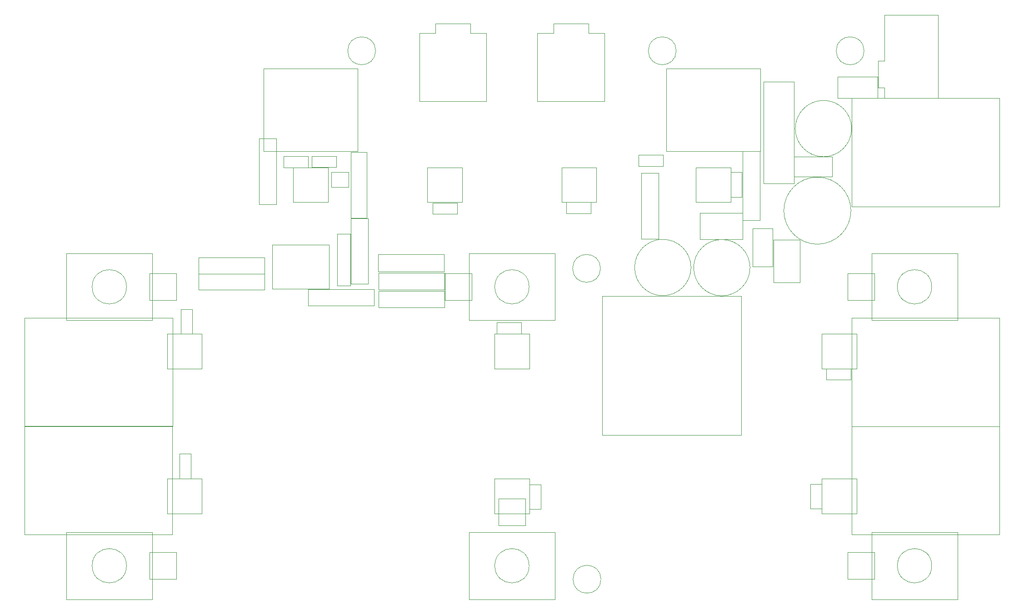
<source format=gbr>
%TF.GenerationSoftware,KiCad,Pcbnew,7.0.7-7.0.7~ubuntu23.04.1*%
%TF.CreationDate,2023-09-10T10:42:13+00:00*%
%TF.ProjectId,pedalboard-hw,70656461-6c62-46f6-9172-642d68772e6b,2.1.0*%
%TF.SameCoordinates,Original*%
%TF.FileFunction,Other,User*%
%FSLAX46Y46*%
G04 Gerber Fmt 4.6, Leading zero omitted, Abs format (unit mm)*
G04 Created by KiCad (PCBNEW 7.0.7-7.0.7~ubuntu23.04.1) date 2023-09-10 10:42:13*
%MOMM*%
%LPD*%
G01*
G04 APERTURE LIST*
%ADD10C,0.050000*%
G04 APERTURE END LIST*
D10*
%TO.C,C5*%
X147850000Y-45650000D02*
X145750000Y-45650000D01*
X145750000Y-45650000D02*
X145750000Y-50250000D01*
X147850000Y-50250000D02*
X147850000Y-45650000D01*
X145750000Y-50250000D02*
X147850000Y-50250000D01*
%TO.C,J16*%
X122250000Y-32450000D02*
X122250000Y-19750000D01*
X122250000Y-19750000D02*
X119250000Y-19750000D01*
X119250000Y-19750000D02*
X119250000Y-17950000D01*
X119250000Y-17950000D02*
X112750000Y-17950000D01*
X112750000Y-19750000D02*
X109750000Y-19750000D01*
X112750000Y-17950000D02*
X112750000Y-19750000D01*
X109750000Y-32450000D02*
X122250000Y-32450000D01*
X109750000Y-20000000D02*
X109750000Y-32450000D01*
X109750000Y-19750000D02*
X109750000Y-20000000D01*
%TO.C,H8*%
X135600000Y-23000000D02*
G75*
G03*
X135600000Y-23000000I-2600000J0D01*
G01*
%TO.C,J12*%
X41730000Y-92970000D02*
X41730000Y-113200000D01*
X41730000Y-92970000D02*
X14200000Y-92970000D01*
X14200000Y-113200000D02*
X41730000Y-113200000D01*
X14200000Y-92970000D02*
X14200000Y-113200000D01*
%TO.C,C16*%
X157587600Y-42750000D02*
X157587600Y-46450000D01*
X157587600Y-46450000D02*
X164687600Y-46450000D01*
X164687600Y-42750000D02*
X157587600Y-42750000D01*
X164687600Y-46450000D02*
X164687600Y-42750000D01*
%TO.C,J13*%
X184400000Y-31800000D02*
X184400000Y-16300000D01*
X184400000Y-16300000D02*
X174400000Y-16300000D01*
X174400000Y-31800000D02*
X184400000Y-31800000D01*
X174400000Y-29900000D02*
X174400000Y-31800000D01*
X174400000Y-16300000D02*
X174400000Y-24900000D01*
X173200000Y-29900000D02*
X174400000Y-29900000D01*
X173200000Y-29900000D02*
X173200000Y-24900000D01*
X173200000Y-24900000D02*
X174400000Y-24900000D01*
%TO.C,H4*%
X33200000Y-119000000D02*
G75*
G03*
X33200000Y-119000000I-3200000J0D01*
G01*
%TO.C,J22*%
X42500000Y-64500000D02*
X37500000Y-64500000D01*
X37500000Y-64500000D02*
X37500000Y-69500000D01*
X42500000Y-69500000D02*
X42500000Y-64500000D01*
X37500000Y-69500000D02*
X42500000Y-69500000D01*
%TO.C,L5*%
X132300000Y-45770000D02*
X129100000Y-45770000D01*
X129100000Y-45770000D02*
X129100000Y-58030000D01*
X132300000Y-58030000D02*
X132300000Y-45770000D01*
X129100000Y-58030000D02*
X132300000Y-58030000D01*
%TO.C,D3*%
X114250000Y-44750000D02*
X114250000Y-51250000D01*
X114250000Y-51250000D02*
X120750000Y-51250000D01*
X120750000Y-44750000D02*
X114250000Y-44750000D01*
X120750000Y-51250000D02*
X120750000Y-44750000D01*
%TO.C,H2*%
X108200000Y-67000000D02*
G75*
G03*
X108200000Y-67000000I-3200000J0D01*
G01*
%TO.C,H1*%
X33200000Y-67000000D02*
G75*
G03*
X33200000Y-67000000I-3200000J0D01*
G01*
%TO.C,J11*%
X41765000Y-72770000D02*
X41765000Y-93000000D01*
X41765000Y-72770000D02*
X14235000Y-72770000D01*
X14235000Y-93000000D02*
X41765000Y-93000000D01*
X14235000Y-72770000D02*
X14235000Y-93000000D01*
%TO.C,PS1*%
X147750000Y-68730000D02*
X121850000Y-68730000D01*
X121850000Y-68730000D02*
X121850000Y-94630000D01*
X147750000Y-94630000D02*
X147750000Y-68730000D01*
X121850000Y-94630000D02*
X147750000Y-94630000D01*
%TO.C,J10*%
X168270000Y-113225000D02*
X168270000Y-92995000D01*
X168270000Y-113225000D02*
X195800000Y-113225000D01*
X195800000Y-92995000D02*
X168270000Y-92995000D01*
X195800000Y-113225000D02*
X195800000Y-92995000D01*
%TO.C,D4*%
X139250000Y-44750000D02*
X139250000Y-51250000D01*
X139250000Y-51250000D02*
X145750000Y-51250000D01*
X145750000Y-44750000D02*
X139250000Y-44750000D01*
X145750000Y-51250000D02*
X145750000Y-44750000D01*
%TO.C,C10*%
X110360000Y-103880000D02*
X108260000Y-103880000D01*
X108260000Y-103880000D02*
X108260000Y-108480000D01*
X110360000Y-108480000D02*
X110360000Y-103880000D01*
X108260000Y-108480000D02*
X110360000Y-108480000D01*
%TO.C,D7*%
X101750000Y-102750000D02*
X101750000Y-109250000D01*
X101750000Y-109250000D02*
X108250000Y-109250000D01*
X108250000Y-102750000D02*
X101750000Y-102750000D01*
X108250000Y-109250000D02*
X108250000Y-102750000D01*
%TO.C,H11*%
X121580000Y-121520000D02*
G75*
G03*
X121580000Y-121520000I-2600000J0D01*
G01*
%TO.C,J19*%
X167500000Y-121500000D02*
X172500000Y-121500000D01*
X172500000Y-121500000D02*
X172500000Y-116500000D01*
X167500000Y-116500000D02*
X167500000Y-121500000D01*
X172500000Y-116500000D02*
X167500000Y-116500000D01*
%TO.C,C11*%
X160570000Y-108350000D02*
X162670000Y-108350000D01*
X162670000Y-108350000D02*
X162670000Y-103750000D01*
X160570000Y-103750000D02*
X160570000Y-108350000D01*
X162670000Y-103750000D02*
X160570000Y-103750000D01*
%TO.C,J23*%
X42500000Y-116500000D02*
X37500000Y-116500000D01*
X37500000Y-116500000D02*
X37500000Y-121500000D01*
X42500000Y-121500000D02*
X42500000Y-116500000D01*
X37500000Y-121500000D02*
X42500000Y-121500000D01*
%TO.C,C9*%
X43105000Y-102750000D02*
X45205000Y-102750000D01*
X45205000Y-102750000D02*
X45205000Y-98150000D01*
X43105000Y-98150000D02*
X43105000Y-102750000D01*
X45205000Y-98150000D02*
X43105000Y-98150000D01*
%TO.C,SW2*%
X97000000Y-60750000D02*
X97000000Y-73250000D01*
X97000000Y-73250000D02*
X113000000Y-73250000D01*
X113000000Y-60750000D02*
X97000000Y-60750000D01*
X113000000Y-73250000D02*
X113000000Y-60750000D01*
%TO.C,D9*%
X40750000Y-75750000D02*
X40750000Y-82250000D01*
X40750000Y-82250000D02*
X47250000Y-82250000D01*
X47250000Y-75750000D02*
X40750000Y-75750000D01*
X47250000Y-82250000D02*
X47250000Y-75750000D01*
%TO.C,J21*%
X92500000Y-69500000D02*
X97500000Y-69500000D01*
X97500000Y-69500000D02*
X97500000Y-64500000D01*
X92500000Y-64500000D02*
X92500000Y-69500000D01*
X97500000Y-64500000D02*
X92500000Y-64500000D01*
%TO.C,R5*%
X75000000Y-54155000D02*
X78000000Y-54155000D01*
X78000000Y-54155000D02*
X78000000Y-41895000D01*
X75000000Y-41895000D02*
X75000000Y-54155000D01*
X78000000Y-41895000D02*
X75000000Y-41895000D01*
%TO.C,U2*%
X70925000Y-67350000D02*
X70925000Y-59200000D01*
X70925000Y-59200000D02*
X60375000Y-59200000D01*
X60375000Y-67350000D02*
X70925000Y-67350000D01*
X60375000Y-59200000D02*
X60375000Y-67350000D01*
%TO.C,H7*%
X79600000Y-23000000D02*
G75*
G03*
X79600000Y-23000000I-2600000J0D01*
G01*
%TO.C,L6*%
X168150000Y-52800000D02*
G75*
G03*
X168150000Y-52800000I-6250000J0D01*
G01*
%TO.C,J3*%
X168285000Y-52030000D02*
X168285000Y-31800000D01*
X168285000Y-52030000D02*
X195815000Y-52030000D01*
X195815000Y-31800000D02*
X168285000Y-31800000D01*
X195815000Y-52030000D02*
X195815000Y-31800000D01*
%TO.C,C1*%
X62425000Y-42650000D02*
X62425000Y-44750000D01*
X62425000Y-44750000D02*
X67025000Y-44750000D01*
X67025000Y-42650000D02*
X62425000Y-42650000D01*
X67025000Y-44750000D02*
X67025000Y-42650000D01*
%TO.C,D2*%
X89250000Y-44750000D02*
X89250000Y-51250000D01*
X89250000Y-51250000D02*
X95750000Y-51250000D01*
X95750000Y-44750000D02*
X89250000Y-44750000D01*
X95750000Y-51250000D02*
X95750000Y-44750000D01*
%TO.C,SW7*%
X58750000Y-26300000D02*
X58750000Y-41700000D01*
X58750000Y-26300000D02*
X76250000Y-26300000D01*
X76250000Y-41700000D02*
X58750000Y-41700000D01*
X76250000Y-41700000D02*
X76250000Y-26300000D01*
%TO.C,C2*%
X67700000Y-42625000D02*
X67700000Y-44725000D01*
X67700000Y-44725000D02*
X72300000Y-44725000D01*
X72300000Y-42625000D02*
X67700000Y-42625000D01*
X72300000Y-44725000D02*
X72300000Y-42625000D01*
%TO.C,C8*%
X163520000Y-82250000D02*
X163520000Y-84350000D01*
X163520000Y-84350000D02*
X168120000Y-84350000D01*
X168120000Y-82250000D02*
X163520000Y-82250000D01*
X168120000Y-84350000D02*
X168120000Y-82250000D01*
%TO.C,C14*%
X149350000Y-63432323D02*
G75*
G03*
X149350000Y-63432323I-5250000J0D01*
G01*
%TO.C,J18*%
X167500000Y-69500000D02*
X172500000Y-69500000D01*
X172500000Y-69500000D02*
X172500000Y-64500000D01*
X167500000Y-64500000D02*
X167500000Y-69500000D01*
X172500000Y-64500000D02*
X167500000Y-64500000D01*
%TO.C,H3*%
X183200000Y-67000000D02*
G75*
G03*
X183200000Y-67000000I-3200000J0D01*
G01*
%TO.C,R1*%
X79330000Y-70480000D02*
X79330000Y-67480000D01*
X79330000Y-67480000D02*
X67070000Y-67480000D01*
X67070000Y-70480000D02*
X79330000Y-70480000D01*
X67070000Y-67480000D02*
X67070000Y-70480000D01*
%TO.C,C15*%
X138350000Y-63400000D02*
G75*
G03*
X138350000Y-63400000I-5250000J0D01*
G01*
%TO.C,D1*%
X64250000Y-44750000D02*
X64250000Y-51250000D01*
X64250000Y-51250000D02*
X70750000Y-51250000D01*
X70750000Y-44750000D02*
X64250000Y-44750000D01*
X70750000Y-51250000D02*
X70750000Y-44750000D01*
%TO.C,C3*%
X90200000Y-51350000D02*
X90200000Y-53450000D01*
X90200000Y-53450000D02*
X94800000Y-53450000D01*
X94800000Y-51350000D02*
X90200000Y-51350000D01*
X94800000Y-53450000D02*
X94800000Y-51350000D01*
%TO.C,J9*%
X168270000Y-93010000D02*
X168270000Y-72780000D01*
X168270000Y-93010000D02*
X195800000Y-93010000D01*
X195800000Y-72780000D02*
X168270000Y-72780000D01*
X195800000Y-93010000D02*
X195800000Y-72780000D01*
%TO.C,H5*%
X108200000Y-119000000D02*
G75*
G03*
X108200000Y-119000000I-3200000J0D01*
G01*
%TO.C,SW1*%
X22000000Y-60750000D02*
X22000000Y-73250000D01*
X22000000Y-73250000D02*
X38000000Y-73250000D01*
X38000000Y-60750000D02*
X22000000Y-60750000D01*
X38000000Y-73250000D02*
X38000000Y-60750000D01*
%TO.C,C12*%
X128600000Y-42420000D02*
X128600000Y-44520000D01*
X128600000Y-44520000D02*
X133200000Y-44520000D01*
X133200000Y-42420000D02*
X128600000Y-42420000D01*
X133200000Y-44520000D02*
X133200000Y-42420000D01*
%TO.C,R3*%
X46645000Y-61550000D02*
X46645000Y-64550000D01*
X46645000Y-64550000D02*
X58905000Y-64550000D01*
X58905000Y-61550000D02*
X46645000Y-61550000D01*
X58905000Y-64550000D02*
X58905000Y-61550000D01*
%TO.C,C13*%
X168282323Y-37500000D02*
G75*
G03*
X168282323Y-37500000I-5250000J0D01*
G01*
%TO.C,J20*%
X102500000Y-106500000D02*
X102500000Y-111500000D01*
X102500000Y-111500000D02*
X107500000Y-111500000D01*
X107500000Y-106500000D02*
X102500000Y-106500000D01*
X107500000Y-111500000D02*
X107500000Y-106500000D01*
%TO.C,D5*%
X162750000Y-75750000D02*
X162750000Y-82250000D01*
X162750000Y-82250000D02*
X169250000Y-82250000D01*
X169250000Y-75750000D02*
X162750000Y-75750000D01*
X169250000Y-82250000D02*
X169250000Y-75750000D01*
%TO.C,R4*%
X80140000Y-67840000D02*
X80140000Y-70840000D01*
X80140000Y-70840000D02*
X92400000Y-70840000D01*
X92400000Y-67840000D02*
X80140000Y-67840000D01*
X92400000Y-70840000D02*
X92400000Y-67840000D01*
%TO.C,D10*%
X40750000Y-102750000D02*
X40750000Y-109250000D01*
X40750000Y-109250000D02*
X47250000Y-109250000D01*
X47250000Y-102750000D02*
X40750000Y-102750000D01*
X47250000Y-109250000D02*
X47250000Y-102750000D01*
%TO.C,L1*%
X78200000Y-54220000D02*
X75000000Y-54220000D01*
X75000000Y-54220000D02*
X75000000Y-66480000D01*
X78200000Y-66480000D02*
X78200000Y-54220000D01*
X75000000Y-66480000D02*
X78200000Y-66480000D01*
%TO.C,C18*%
X148000000Y-58150000D02*
X148000000Y-53250000D01*
X148000000Y-53250000D02*
X140000000Y-53250000D01*
X140000000Y-58150000D02*
X148000000Y-58150000D01*
X140000000Y-53250000D02*
X140000000Y-58150000D01*
%TO.C,D11*%
X72450000Y-66825000D02*
X74950000Y-66825000D01*
X74950000Y-66825000D02*
X74950000Y-57105000D01*
X72450000Y-57105000D02*
X72450000Y-66825000D01*
X74950000Y-57105000D02*
X72450000Y-57105000D01*
%TO.C,C4*%
X115100000Y-51250000D02*
X115100000Y-53350000D01*
X115100000Y-53350000D02*
X119700000Y-53350000D01*
X119700000Y-51250000D02*
X115100000Y-51250000D01*
X119700000Y-53350000D02*
X119700000Y-51250000D01*
%TO.C,D12*%
X151850000Y-47750000D02*
X157550000Y-47750000D01*
X157550000Y-47750000D02*
X157550000Y-28810000D01*
X151850000Y-28810000D02*
X151850000Y-47750000D01*
X157550000Y-28810000D02*
X151850000Y-28810000D01*
%TO.C,L2*%
X92330000Y-64175000D02*
X92330000Y-60975000D01*
X92330000Y-60975000D02*
X80070000Y-60975000D01*
X80070000Y-64175000D02*
X92330000Y-64175000D01*
X80070000Y-60975000D02*
X80070000Y-64175000D01*
%TO.C,F1*%
X173150000Y-31800000D02*
X173150000Y-27800000D01*
X173150000Y-27800000D02*
X165650000Y-27800000D01*
X165650000Y-31800000D02*
X173150000Y-31800000D01*
X165650000Y-27800000D02*
X165650000Y-31800000D01*
%TO.C,H10*%
X121500000Y-63565600D02*
G75*
G03*
X121500000Y-63565600I-2600000J0D01*
G01*
%TO.C,C17*%
X153550000Y-56150000D02*
X149850000Y-56150000D01*
X149850000Y-56150000D02*
X149850000Y-63250000D01*
X153550000Y-63250000D02*
X153550000Y-56150000D01*
X149850000Y-63250000D02*
X153550000Y-63250000D01*
%TO.C,D6*%
X162750000Y-102750000D02*
X162750000Y-109250000D01*
X162750000Y-109250000D02*
X169250000Y-109250000D01*
X169250000Y-102750000D02*
X162750000Y-102750000D01*
X169250000Y-109250000D02*
X169250000Y-102750000D01*
%TO.C,SW6*%
X172000000Y-112750000D02*
X172000000Y-125250000D01*
X172000000Y-125250000D02*
X188000000Y-125250000D01*
X188000000Y-112750000D02*
X172000000Y-112750000D01*
X188000000Y-125250000D02*
X188000000Y-112750000D01*
%TO.C,H6*%
X183200000Y-119000000D02*
G75*
G03*
X183200000Y-119000000I-3200000J0D01*
G01*
%TO.C,SW3*%
X172000000Y-60750000D02*
X172000000Y-73250000D01*
X172000000Y-73250000D02*
X188000000Y-73250000D01*
X188000000Y-60750000D02*
X172000000Y-60750000D01*
X188000000Y-73250000D02*
X188000000Y-60750000D01*
%TO.C,C7*%
X102150000Y-73650000D02*
X102150000Y-75750000D01*
X102150000Y-75750000D02*
X106750000Y-75750000D01*
X106750000Y-73650000D02*
X102150000Y-73650000D01*
X106750000Y-75750000D02*
X106750000Y-73650000D01*
%TO.C,SW4*%
X22000000Y-112750000D02*
X22000000Y-125250000D01*
X22000000Y-125250000D02*
X38000000Y-125250000D01*
X38000000Y-112750000D02*
X22000000Y-112750000D01*
X38000000Y-125250000D02*
X38000000Y-112750000D01*
%TO.C,H9*%
X170600000Y-23000000D02*
G75*
G03*
X170600000Y-23000000I-2600000J0D01*
G01*
%TO.C,L4*%
X92400000Y-67580000D02*
X92400000Y-64380000D01*
X92400000Y-64380000D02*
X80140000Y-64380000D01*
X80140000Y-67580000D02*
X92400000Y-67580000D01*
X80140000Y-64380000D02*
X80140000Y-67580000D01*
%TO.C,U3*%
X74550000Y-48450000D02*
X74550000Y-45650000D01*
X74550000Y-48450000D02*
X71350000Y-48450000D01*
X74550000Y-45650000D02*
X71350000Y-45650000D01*
X71350000Y-45650000D02*
X71350000Y-48450000D01*
%TO.C,SW8*%
X133750000Y-26300000D02*
X133750000Y-41700000D01*
X133750000Y-26300000D02*
X151250000Y-26300000D01*
X151250000Y-41700000D02*
X133750000Y-41700000D01*
X151250000Y-41700000D02*
X151250000Y-26300000D01*
%TO.C,R2*%
X46645000Y-64550000D02*
X46645000Y-67550000D01*
X46645000Y-67550000D02*
X58905000Y-67550000D01*
X58905000Y-64550000D02*
X46645000Y-64550000D01*
X58905000Y-67550000D02*
X58905000Y-64550000D01*
%TO.C,SW5*%
X97000000Y-112750000D02*
X97000000Y-125250000D01*
X97000000Y-125250000D02*
X113000000Y-125250000D01*
X113000000Y-112750000D02*
X97000000Y-112750000D01*
X113000000Y-125250000D02*
X113000000Y-112750000D01*
%TO.C,C19*%
X153750000Y-66200000D02*
X158650000Y-66200000D01*
X158650000Y-66200000D02*
X158650000Y-58200000D01*
X153750000Y-58200000D02*
X153750000Y-66200000D01*
X158650000Y-58200000D02*
X153750000Y-58200000D01*
%TO.C,C6*%
X45405000Y-71150000D02*
X43305000Y-71150000D01*
X43305000Y-71150000D02*
X43305000Y-75750000D01*
X45405000Y-75750000D02*
X45405000Y-71150000D01*
X43305000Y-75750000D02*
X45405000Y-75750000D01*
%TO.C,D13*%
X151206000Y-41728400D02*
X148006000Y-41728400D01*
X148006000Y-41728400D02*
X148006000Y-54588400D01*
X151206000Y-54588400D02*
X151206000Y-41728400D01*
X148006000Y-54588400D02*
X151206000Y-54588400D01*
%TO.C,D8*%
X101750000Y-75750000D02*
X101750000Y-82250000D01*
X101750000Y-82250000D02*
X108250000Y-82250000D01*
X108250000Y-75750000D02*
X101750000Y-75750000D01*
X108250000Y-82250000D02*
X108250000Y-75750000D01*
%TO.C,L3*%
X61100000Y-39395000D02*
X57900000Y-39395000D01*
X57900000Y-39395000D02*
X57900000Y-51655000D01*
X61100000Y-51655000D02*
X61100000Y-39395000D01*
X57900000Y-51655000D02*
X61100000Y-51655000D01*
%TO.C,J17*%
X100250000Y-32450000D02*
X100250000Y-19750000D01*
X100250000Y-19750000D02*
X97250000Y-19750000D01*
X97250000Y-19750000D02*
X97250000Y-17950000D01*
X97250000Y-17950000D02*
X90750000Y-17950000D01*
X90750000Y-19750000D02*
X87750000Y-19750000D01*
X90750000Y-17950000D02*
X90750000Y-19750000D01*
X87750000Y-32450000D02*
X100250000Y-32450000D01*
X87750000Y-20000000D02*
X87750000Y-32450000D01*
X87750000Y-19750000D02*
X87750000Y-20000000D01*
%TD*%
M02*

</source>
